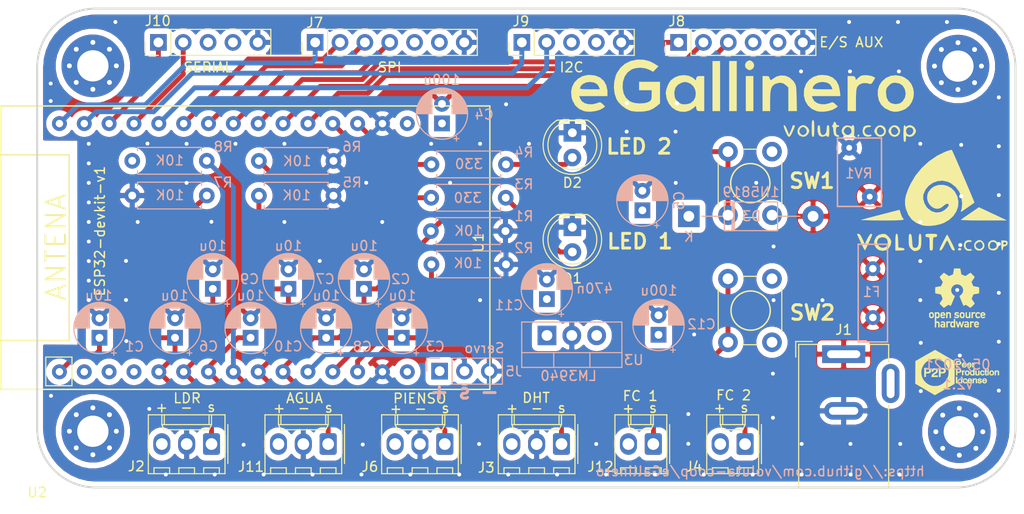
<source format=kicad_pcb>
(kicad_pcb (version 20171130) (host pcbnew 5.1.5+dfsg1-2build2)
  (layers (0 F.Cu signal) (1 In1.Cu signal) (2 In2.Cu signal) (31 B.Cu signal) (34 B.Paste user hide) (35 F.Paste user hide) (36 B.SilkS user) (37 F.SilkS user) (38 B.Mask user hide) (39 F.Mask user hide) (44 Edge.Cuts user))
  (net 0 "")
  (net 1 GND)
  (net 2 "Net-(C1-Pad1)")
  (net 3 PULS_1)
  (net 4 PULS_2)
  (net 5 +5V)
  (net 6 +3V3)
  (net 7 LDR)
  (net 8 FC_1)
  (net 9 FC_2)
  (net 10 "Net-(D1-Pad2)")
  (net 11 "Net-(D2-Pad2)")
  (net 12 "Net-(D3-Pad2)")
  (net 13 "Net-(F1-Pad2)")
  (net 14 SERVO)
  (net 15 DHT)
  (net 16 CS)
  (net 17 CLK)
  (net 18 MISO)
  (net 19 MOSI)
  (net 20 SCL)
  (net 21 SDA)
  (net 22 RX)
  (net 23 TX)
  (net 24 LED_1)
  (net 25 LED_2)
  (net 26 D2)
  (net 27 D1)
  (net 28 D0)
  (net 29 PIENSO)
  (net 30 AGUA)
  (net 31 "Net-(U1-Pad3)")
  (net 32 "Net-(U1-Pad2)")
  (net 33 "Net-(U1-Pad4)")
  (module Symbol:OSHW-Logo_5.7x6mm_SilkScreen (layer F.Cu) (at 173.95423 135.9916)
    (fp_text reference REF** hide)
    (fp_text value OSHW-Logo_5.7x6mm_SilkScreen hide)
  )
  (module eGallinero:licencia_p2p (layer F.Cu) (at 173.986014 143.6116)
    (fp_text reference G*** hide)
    (fp_text value LOGO hide)
  )
  (module Connector_BarrelJack:BarrelJack_Wuerth_6941xx301002 (layer F.Cu) (at 162.3568 141.7447)
    (fp_text reference J1 (at 0 -2.5) (layer F.SilkS))
    (fp_text value Jack-DC)
    (pad 1 thru_hole rect (at 0 0) (size 4.4 1.8) (drill oval 3.4 0.8) (layers *.Cu *.Mask) (net 13 "Net-(F1-Pad2)"))
    (pad 2 thru_hole oval (at 0 5.8) (size 4 1.8) (drill oval 3 0.8) (layers *.Cu *.Mask) (net 1 GND))
    (pad 3 thru_hole oval (at 4.8 3 90) (size 4 1.8) (drill oval 3 0.8) (layers *.Cu *.Mask))
  )
  (module eGallinero:voluta_logo (layer F.Cu) (at 171.3992 125.9332)
    (fp_text reference G*** hide)
    (fp_text value LOGO hide)
  )
  (module eGallinero:eGallinero_logo (layer F.Cu) (at 151.765 115.4176)
    (fp_text reference G*** hide)
    (fp_text value LOGO hide)
  )
  (module eGallinero:edge (layer F.Cu) (at 79.9211 155.3845)
    (fp_text reference U2 (at 0 0.5) (layer F.SilkS))
    (fp_text value edge)
    (fp_arc (start 6 -6) (end 0 -6) (angle -90) (layer Edge.Cuts) (width 0.2))
    (fp_line (start 0 -43) (end 0 -6) (layer Edge.Cuts) (width 0.2))
    (fp_arc (start 6 -43) (end 6 -49) (angle -90) (layer Edge.Cuts) (width 0.2))
    (fp_line (start 94 -49) (end 6 -49) (layer Edge.Cuts) (width 0.2))
    (fp_arc (start 94 -43) (end 100 -43) (angle -90) (layer Edge.Cuts) (width 0.2))
    (fp_line (start 100 -6) (end 100 -43) (layer Edge.Cuts) (width 0.2))
    (fp_arc (start 94 -6) (end 94 0) (angle -90) (layer Edge.Cuts) (width 0.2))
    (fp_line (start 5.999999 0) (end 94 0) (layer Edge.Cuts) (width 0.2))
  )
  (module Connector_PinHeader_2.54mm:PinHeader_1x05_P2.54mm_Vertical (layer F.Cu) (at 129.45984 109.8423 90)
    (fp_text reference J9 (at 2.1463 -0.09764 180) (layer F.SilkS))
    (fp_text value I2C (at -2.5527 5.08396 180) (layer F.SilkS))
    (pad 5 thru_hole oval (at 0 10.16 90) (size 1.7 1.7) (drill 1) (layers *.Cu *.Mask) (net 1 GND))
    (pad 4 thru_hole oval (at 0 7.62 90) (size 1.7 1.7) (drill 1) (layers *.Cu *.Mask) (net 6 +3V3))
    (pad 3 thru_hole oval (at 0 5.08 90) (size 1.7 1.7) (drill 1) (layers *.Cu *.Mask) (net 5 +5V))
    (pad 2 thru_hole oval (at 0 2.54 90) (size 1.7 1.7) (drill 1) (layers *.Cu *.Mask) (net 21 SDA))
    (pad 1 thru_hole rect (at 0 0 90) (size 1.7 1.7) (drill 1) (layers *.Cu *.Mask) (net 20 SCL))
  )
  (module Package_TO_SOT_THT:TO-220-3_Vertical (layer B.Cu) (at 132.0292 139.827)
    (fp_text reference U3 (at 8.8646 2.5146 180) (layer B.SilkS) (effects (justify mirror)))
    (fp_text value LM3940 (at 2.2098 4.1402 180) (layer B.SilkS) (effects (justify mirror)))
    (pad 3 thru_hole oval (at 5.08 0) (size 1.905 2) (drill 1.1) (layers *.Cu *.Mask) (net 6 +3V3))
    (pad 2 thru_hole oval (at 2.54 0) (size 1.905 2) (drill 1.1) (layers *.Cu *.Mask) (net 1 GND))
    (pad 1 thru_hole rect (at 0 0) (size 1.905 2) (drill 1.1) (layers *.Cu *.Mask) (net 5 +5V))
  )
  (module Capacitor_THT:CP_Radial_D5.0mm_P2.00mm (layer B.Cu) (at 143.4338 139.7635 90)
    (fp_text reference C12 (at 1.0795 4.3942 180) (layer B.SilkS) (effects (justify mirror)))
    (fp_text value 100u (at 4.5339 0.0254 180) (layer B.SilkS) (effects (justify mirror)))
    (pad 2 thru_hole circle (at 2 0 90) (size 1.6 1.6) (drill 0.8) (layers *.Cu *.Mask) (net 1 GND))
    (pad 1 thru_hole rect (at 0 0 90) (size 1.6 1.6) (drill 0.8) (layers *.Cu *.Mask) (net 6 +3V3))
  )
  (module Capacitor_THT:CP_Radial_D5.0mm_P2.00mm (layer B.Cu) (at 132.0165 136.1059 90)
    (fp_text reference C11 (at -0.6223 -3.8735 180) (layer B.SilkS) (effects (justify mirror)))
    (fp_text value 470n (at 1.0795 4.8895 180) (layer B.SilkS) (effects (justify mirror)))
    (pad 2 thru_hole circle (at 2 0 90) (size 1.6 1.6) (drill 0.8) (layers *.Cu *.Mask) (net 1 GND))
    (pad 1 thru_hole rect (at 0 0 90) (size 1.6 1.6) (drill 0.8) (layers *.Cu *.Mask) (net 5 +5V))
  )
  (module Capacitor_THT:CP_Radial_D5.0mm_P2.00mm (layer B.Cu) (at 141.7828 127.0254 90)
    (fp_text reference C5 (at 1 3.75 90) (layer B.SilkS) (effects (justify mirror)))
    (fp_text value 100u)
    (pad 2 thru_hole circle (at 2 0 90) (size 1.6 1.6) (drill 0.8) (layers *.Cu *.Mask) (net 1 GND))
    (pad 1 thru_hole rect (at 0 0 90) (size 1.6 1.6) (drill 0.8) (layers *.Cu *.Mask) (net 5 +5V))
  )
  (module Connector_PinHeader_2.54mm:PinHeader_1x06_P2.54mm_Vertical (layer F.Cu) (at 145.48472 109.8423 90)
    (fp_text reference J8 (at 2.1463 -0.1891 180) (layer F.SilkS))
    (fp_text value "E/S AUX" (at 0.0127 17.65948 180) (layer F.SilkS))
    (pad 6 thru_hole oval (at 0 12.7 90) (size 1.7 1.7) (drill 1) (layers *.Cu *.Mask) (net 1 GND))
    (pad 5 thru_hole oval (at 0 10.16 90) (size 1.7 1.7) (drill 1) (layers *.Cu *.Mask) (net 6 +3V3))
    (pad 4 thru_hole oval (at 0 7.62 90) (size 1.7 1.7) (drill 1) (layers *.Cu *.Mask) (net 5 +5V))
    (pad 3 thru_hole oval (at 0 5.08 90) (size 1.7 1.7) (drill 1) (layers *.Cu *.Mask) (net 26 D2))
    (pad 2 thru_hole oval (at 0 2.54 90) (size 1.7 1.7) (drill 1) (layers *.Cu *.Mask) (net 27 D1))
    (pad 1 thru_hole rect (at 0 0 90) (size 1.7 1.7) (drill 1) (layers *.Cu *.Mask) (net 28 D0))
  )
  (module Connector_Molex:Molex_KK-254_AE-6410-03A_1x03_P2.54mm_Vertical (layer F.Cu) (at 109.6638 150.9395 180)
    (fp_text reference J11 (at 7.89616 -2.32156) (layer F.SilkS))
    (fp_text value AGUA (at 2.41992 4.68884) (layer F.SilkS))
    (pad 3 thru_hole oval (at 5.08 0 180) (size 1.74 2.2) (drill 1.2) (layers *.Cu *.Mask) (net 6 +3V3))
    (pad 2 thru_hole oval (at 2.54 0 180) (size 1.74 2.2) (drill 1.2) (layers *.Cu *.Mask) (net 1 GND))
    (pad 1 thru_hole roundrect (at 0 0 180) (size 1.74 2.2) (drill 1.2) (layers *.Cu *.Mask) (roundrect_rratio 0.143678) (net 30 AGUA))
  )
  (module Connector_Molex:Molex_KK-254_AE-6410-03A_1x03_P2.54mm_Vertical (layer F.Cu) (at 121.5884 150.9395 180)
    (fp_text reference J6 (at 7.66178 -2.32156) (layer F.SilkS))
    (fp_text value PIENSO (at 2.56654 4.65836) (layer F.SilkS))
    (pad 3 thru_hole oval (at 5.08 0 180) (size 1.74 2.2) (drill 1.2) (layers *.Cu *.Mask) (net 6 +3V3))
    (pad 2 thru_hole oval (at 2.54 0 180) (size 1.74 2.2) (drill 1.2) (layers *.Cu *.Mask) (net 1 GND))
    (pad 1 thru_hole roundrect (at 0 0 180) (size 1.74 2.2) (drill 1.2) (layers *.Cu *.Mask) (roundrect_rratio 0.143678) (net 29 PIENSO))
  )
  (module Connector_Molex:Molex_KK-254_AE-6410-03A_1x03_P2.54mm_Vertical (layer F.Cu) (at 133.513 150.9395 180)
    (fp_text reference J3 (at 7.69156 -2.41046) (layer F.SilkS))
    (fp_text value DHT (at 2.59378 4.73456) (layer F.SilkS))
    (pad 3 thru_hole oval (at 5.08 0 180) (size 1.74 2.2) (drill 1.2) (layers *.Cu *.Mask) (net 6 +3V3))
    (pad 2 thru_hole oval (at 2.54 0 180) (size 1.74 2.2) (drill 1.2) (layers *.Cu *.Mask) (net 1 GND))
    (pad 1 thru_hole roundrect (at 0 0 180) (size 1.74 2.2) (drill 1.2) (layers *.Cu *.Mask) (roundrect_rratio 0.143678) (net 15 DHT))
  )
  (module Connector_Molex:Molex_KK-254_AE-6410-03A_1x03_P2.54mm_Vertical (layer F.Cu) (at 97.7392 150.9395 180)
    (fp_text reference J2 (at 7.69366 -2.27838) (layer F.SilkS))
    (fp_text value LDR (at 2.49174 4.68884) (layer F.SilkS))
    (pad 3 thru_hole oval (at 5.08 0 180) (size 1.74 2.2) (drill 1.2) (layers *.Cu *.Mask) (net 6 +3V3))
    (pad 2 thru_hole oval (at 2.54 0 180) (size 1.74 2.2) (drill 1.2) (layers *.Cu *.Mask) (net 1 GND))
    (pad 1 thru_hole roundrect (at 0 0 180) (size 1.74 2.2) (drill 1.2) (layers *.Cu *.Mask) (roundrect_rratio 0.143678) (net 7 LDR))
  )
  (module Connector_Molex:Molex_KK-254_AE-6410-02A_1x02_P2.54mm_Vertical (layer F.Cu) (at 142.8976 150.9395 180)
    (fp_text reference J12 (at 5.39978 -2.32156) (layer F.SilkS))
    (fp_text value "FC 1" (at 1.33578 4.9149) (layer F.SilkS))
    (pad 2 thru_hole oval (at 2.54 0 180) (size 1.74 2.2) (drill 1.2) (layers *.Cu *.Mask) (net 6 +3V3))
    (pad 1 thru_hole roundrect (at 0 0 180) (size 1.74 2.2) (drill 1.2) (layers *.Cu *.Mask) (roundrect_rratio 0.143678) (net 8 FC_1))
  )
  (module Connector_Molex:Molex_KK-254_AE-6410-02A_1x02_P2.54mm_Vertical (layer F.Cu) (at 152.2822 150.9395 180)
    (fp_text reference J4 (at 5.24922 -2.32156) (layer F.SilkS))
    (fp_text value "FC 2" (at 1.17252 4.98856) (layer F.SilkS))
    (pad 2 thru_hole oval (at 2.54 0 180) (size 1.74 2.2) (drill 1.2) (layers *.Cu *.Mask) (net 6 +3V3))
    (pad 1 thru_hole roundrect (at 0 0 180) (size 1.74 2.2) (drill 1.2) (layers *.Cu *.Mask) (roundrect_rratio 0.143678) (net 9 FC_2))
  )
  (module Connector_PinHeader_2.54mm:PinHeader_1x05_P2.54mm_Vertical (layer F.Cu) (at 92.31008 109.8423 90)
    (fp_text reference J10 (at 2.18948 -0.0649 180) (layer F.SilkS))
    (fp_text value SERIAL (at -2.5527 5.07352 180) (layer F.SilkS))
    (pad 5 thru_hole oval (at 0 10.16 90) (size 1.7 1.7) (drill 1) (layers *.Cu *.Mask) (net 1 GND))
    (pad 4 thru_hole oval (at 0 7.62 90) (size 1.7 1.7) (drill 1) (layers *.Cu *.Mask) (net 6 +3V3))
    (pad 3 thru_hole oval (at 0 5.08 90) (size 1.7 1.7) (drill 1) (layers *.Cu *.Mask) (net 5 +5V))
    (pad 2 thru_hole oval (at 0 2.54 90) (size 1.7 1.7) (drill 1) (layers *.Cu *.Mask) (net 22 RX))
    (pad 1 thru_hole rect (at 0 0 90) (size 1.7 1.7) (drill 1) (layers *.Cu *.Mask) (net 23 TX))
  )
  (module Connector_PinHeader_2.54mm:PinHeader_1x07_P2.54mm_Vertical (layer F.Cu) (at 108.33496 109.8423 90)
    (fp_text reference J7 (at 2.01422 -0.04714 180) (layer F.SilkS))
    (fp_text value SPI (at -2.5527 7.61604 180) (layer F.SilkS))
    (pad 7 thru_hole oval (at 0 15.24 90) (size 1.7 1.7) (drill 1) (layers *.Cu *.Mask) (net 1 GND))
    (pad 6 thru_hole oval (at 0 12.7 90) (size 1.7 1.7) (drill 1) (layers *.Cu *.Mask) (net 6 +3V3))
    (pad 5 thru_hole oval (at 0 10.16 90) (size 1.7 1.7) (drill 1) (layers *.Cu *.Mask) (net 5 +5V))
    (pad 4 thru_hole oval (at 0 7.62 90) (size 1.7 1.7) (drill 1) (layers *.Cu *.Mask) (net 16 CS))
    (pad 3 thru_hole oval (at 0 5.08 90) (size 1.7 1.7) (drill 1) (layers *.Cu *.Mask) (net 17 CLK))
    (pad 2 thru_hole oval (at 0 2.54 90) (size 1.7 1.7) (drill 1) (layers *.Cu *.Mask) (net 18 MISO))
    (pad 1 thru_hole rect (at 0 0 90) (size 1.7 1.7) (drill 1) (layers *.Cu *.Mask) (net 19 MOSI))
  )
  (module Diode_THT:D_DO-41_SOD81_P12.70mm_Horizontal (layer B.Cu) (at 146.5326 127.635)
    (fp_text reference D3 (at 6.3881 -0.0127 180) (layer B.SilkS) (effects (justify mirror)))
    (fp_text value 1N5819 (at 6.35 -2.47 180) (layer B.SilkS) (effects (justify mirror)))
    (fp_text user K (at 0 2.1 180) (layer B.SilkS) (effects (justify mirror)))
    (pad 2 thru_hole oval (at 12.7 0) (size 2.2 2.2) (drill 1.1) (layers *.Cu *.Mask) (net 12 "Net-(D3-Pad2)"))
    (pad 1 thru_hole rect (at 0 0) (size 2.2 2.2) (drill 1.1) (layers *.Cu *.Mask) (net 5 +5V))
  )
  (module Varistor:RV_Disc_D7mm_W4.5mm_P5mm (layer B.Cu) (at 165.0238 125.6284 90)
    (fp_text reference RV1 (at 2.3876 -1.1176 180) (layer B.SilkS) (effects (justify mirror)))
    (fp_text value Varistor)
    (pad 2 thru_hole circle (at 5 -2.1 90) (size 1.6 1.6) (drill 0.6) (layers *.Cu *.Mask) (net 1 GND))
    (pad 1 thru_hole circle (at 0 0 90) (size 1.6 1.6) (drill 0.6) (layers *.Cu *.Mask) (net 12 "Net-(D3-Pad2)"))
  )
  (module Capacitor_THT:CP_Radial_D5.0mm_P2.00mm (layer B.Cu) (at 121.2977 118.1354 90)
    (fp_text reference C4 (at 0.9144 4.3053 180) (layer B.SilkS) (effects (justify mirror)))
    (fp_text value 100u (at 4.4704 -0.0381 180) (layer B.SilkS) (effects (justify mirror)))
    (pad 2 thru_hole circle (at 2 0 90) (size 1.6 1.6) (drill 0.8) (layers *.Cu *.Mask) (net 1 GND))
    (pad 1 thru_hole rect (at 0 0 90) (size 1.6 1.6) (drill 0.8) (layers *.Cu *.Mask) (net 6 +3V3))
  )
  (module Capacitor_THT:CP_Radial_D5.0mm_P2.00mm (layer B.Cu) (at 109.461932 140.0683 90)
    (fp_text reference C8 (at -0.9017 3.691861 180) (layer B.SilkS) (effects (justify mirror)))
    (fp_text value 10u (at 4.318 0.024768 180) (layer B.SilkS) (effects (justify mirror)))
    (pad 2 thru_hole circle (at 2 0 90) (size 1.6 1.6) (drill 0.8) (layers *.Cu *.Mask) (net 1 GND))
    (pad 1 thru_hole rect (at 0 0 90) (size 1.6 1.6) (drill 0.8) (layers *.Cu *.Mask) (net 9 FC_2))
  )
  (module Capacitor_THT:CP_Radial_D5.0mm_P2.00mm (layer B.Cu) (at 105.59891 135.0645 90)
    (fp_text reference C7 (at 1 3.75 180) (layer B.SilkS) (effects (justify mirror)))
    (fp_text value 10u (at 4.4069 0.00159 180) (layer B.SilkS) (effects (justify mirror)))
    (pad 2 thru_hole circle (at 2 0 90) (size 1.6 1.6) (drill 0.8) (layers *.Cu *.Mask) (net 1 GND))
    (pad 1 thru_hole rect (at 0 0 90) (size 1.6 1.6) (drill 0.8) (layers *.Cu *.Mask) (net 8 FC_1))
  )
  (module Capacitor_THT:CP_Radial_D5.0mm_P2.00mm (layer B.Cu) (at 101.735888 140.0683 90)
    (fp_text reference C10 (at -0.8763 3.851912 180) (layer B.SilkS) (effects (justify mirror)))
    (fp_text value 10u (at 4.318 -0.008888 180) (layer B.SilkS) (effects (justify mirror)))
    (pad 2 thru_hole circle (at 2 0 90) (size 1.6 1.6) (drill 0.8) (layers *.Cu *.Mask) (net 1 GND))
    (pad 1 thru_hole rect (at 0 0 90) (size 1.6 1.6) (drill 0.8) (layers *.Cu *.Mask) (net 29 PIENSO))
  )
  (module Capacitor_THT:CP_Radial_D5.0mm_P2.00mm (layer B.Cu) (at 97.872866 135.0645 90)
    (fp_text reference C9 (at 1 3.75 180) (layer B.SilkS) (effects (justify mirror)))
    (fp_text value 10u (at 4.4069 -0.006666 180) (layer B.SilkS) (effects (justify mirror)))
    (pad 2 thru_hole circle (at 2 0 90) (size 1.6 1.6) (drill 0.8) (layers *.Cu *.Mask) (net 1 GND))
    (pad 1 thru_hole rect (at 0 0 90) (size 1.6 1.6) (drill 0.8) (layers *.Cu *.Mask) (net 30 AGUA))
  )
  (module Capacitor_THT:CP_Radial_D5.0mm_P2.00mm (layer B.Cu) (at 117.187976 140.0683 90)
    (fp_text reference C3 (at -0.9017 3.411224 180) (layer B.SilkS) (effects (justify mirror)))
    (fp_text value 10u (at 4.318 0.058424 180) (layer B.SilkS) (effects (justify mirror)))
    (pad 2 thru_hole circle (at 2 0 90) (size 1.6 1.6) (drill 0.8) (layers *.Cu *.Mask) (net 1 GND))
    (pad 1 thru_hole rect (at 0 0 90) (size 1.6 1.6) (drill 0.8) (layers *.Cu *.Mask) (net 4 PULS_2))
  )
  (module Capacitor_THT:CP_Radial_D5.0mm_P2.00mm (layer B.Cu) (at 113.324954 135.0645 90)
    (fp_text reference C2 (at 1 3.75 180) (layer B.SilkS) (effects (justify mirror)))
    (fp_text value 10u (at 4.4069 0.009846 180) (layer B.SilkS) (effects (justify mirror)))
    (pad 2 thru_hole circle (at 2 0 90) (size 1.6 1.6) (drill 0.8) (layers *.Cu *.Mask) (net 1 GND))
    (pad 1 thru_hole rect (at 0 0 90) (size 1.6 1.6) (drill 0.8) (layers *.Cu *.Mask) (net 3 PULS_1))
  )
  (module eGallinero:ESP32-DevKit-v1 (layer F.Cu) (at 101.1936 130.8481 90)
    (fp_text reference U1 (at 0.51308 23.84044 90) (layer F.SilkS))
    (fp_text value ESP32-devkit-v1 (at 1.7018 -14.86408 270) (layer F.SilkS))
    (fp_text user ANTENA (at 0.0508 -19.34972 90) (layer F.SilkS) (effects (font (size 2 2) (thickness 0.2))))
    (pad 30 thru_hole circle (at 12.7 -19 90) (size 1.524 1.524) (drill 0.762) (layers *.Cu *.Mask) (net 19 MOSI))
    (pad 29 thru_hole circle (at 12.7 -16.46 90) (size 1.524 1.524) (drill 0.762) (layers *.Cu *.Mask) (net 20 SCL))
    (pad 28 thru_hole circle (at 12.7 -13.92 90) (size 1.524 1.524) (drill 0.762) (layers *.Cu *.Mask) (net 23 TX))
    (pad 27 thru_hole circle (at 12.7 -11.38 90) (size 1.524 1.524) (drill 0.762) (layers *.Cu *.Mask) (net 22 RX))
    (pad 26 thru_hole circle (at 12.7 -8.84 90) (size 1.524 1.524) (drill 0.762) (layers *.Cu *.Mask) (net 21 SDA))
    (pad 25 thru_hole circle (at 12.7 -6.3 90) (size 1.524 1.524) (drill 0.762) (layers *.Cu *.Mask) (net 18 MISO))
    (pad 24 thru_hole circle (at 12.7 -3.76 90) (size 1.524 1.524) (drill 0.762) (layers *.Cu *.Mask) (net 17 CLK))
    (pad 23 thru_hole circle (at 12.7 -1.22 90) (size 1.524 1.524) (drill 0.762) (layers *.Cu *.Mask) (net 16 CS))
    (pad 22 thru_hole circle (at 12.7 1.32 90) (size 1.524 1.524) (drill 0.762) (layers *.Cu *.Mask) (net 28 D0))
    (pad 21 thru_hole circle (at 12.7 3.86 90) (size 1.524 1.524) (drill 0.762) (layers *.Cu *.Mask) (net 27 D1))
    (pad 20 thru_hole circle (at 12.7 6.4 90) (size 1.524 1.524) (drill 0.762) (layers *.Cu *.Mask) (net 26 D2))
    (pad 19 thru_hole circle (at 12.7 8.94 90) (size 1.524 1.524) (drill 0.762) (layers *.Cu *.Mask) (net 24 LED_1))
    (pad 18 thru_hole circle (at 12.7 11.48 90) (size 1.524 1.524) (drill 0.762) (layers *.Cu *.Mask) (net 25 LED_2))
    (pad 17 thru_hole circle (at 12.7 14.02 90) (size 1.524 1.524) (drill 0.762) (layers *.Cu *.Mask) (net 1 GND))
    (pad 16 thru_hole circle (at 12.7 16.56 90) (size 1.524 1.524) (drill 0.762) (layers *.Cu *.Mask) (net 6 +3V3))
    (pad 15 thru_hole circle (at -12.7 16.56 90) (size 1.524 1.524) (drill 0.762) (layers *.Cu *.Mask) (net 5 +5V))
    (pad 14 thru_hole circle (at -12.7 14.02 90) (size 1.524 1.524) (drill 0.762) (layers *.Cu *.Mask) (net 1 GND))
    (pad 13 thru_hole circle (at -12.7 11.48 90) (size 1.524 1.524) (drill 0.762) (layers *.Cu *.Mask) (net 4 PULS_2))
    (pad 12 thru_hole circle (at -12.7 8.94 90) (size 1.524 1.524) (drill 0.762) (layers *.Cu *.Mask) (net 3 PULS_1))
    (pad 11 thru_hole circle (at -12.7 6.4 90) (size 1.524 1.524) (drill 0.762) (layers *.Cu *.Mask) (net 14 SERVO))
    (pad 10 thru_hole circle (at -12.7 3.86 90) (size 1.524 1.524) (drill 0.762) (layers *.Cu *.Mask) (net 9 FC_2))
    (pad 9 thru_hole circle (at -12.7 1.32 90) (size 1.524 1.524) (drill 0.762) (layers *.Cu *.Mask) (net 8 FC_1))
    (pad 8 thru_hole circle (at -12.7 -1.22 90) (size 1.524 1.524) (drill 0.762) (layers *.Cu *.Mask) (net 15 DHT))
    (pad 7 thru_hole circle (at -12.7 -3.76 90) (size 1.524 1.524) (drill 0.762) (layers *.Cu *.Mask) (net 29 PIENSO))
    (pad 6 thru_hole circle (at -12.7 -6.3 90) (size 1.524 1.524) (drill 0.762) (layers *.Cu *.Mask) (net 30 AGUA))
    (pad 5 thru_hole circle (at -12.7 -8.84 90) (size 1.524 1.524) (drill 0.762) (layers *.Cu *.Mask) (net 7 LDR))
    (pad 4 thru_hole circle (at -12.7 -11.38 90) (size 1.524 1.524) (drill 0.762) (layers *.Cu *.Mask) (net 33 "Net-(U1-Pad4)"))
    (pad 3 thru_hole circle (at -12.7 -13.92 90) (size 1.524 1.524) (drill 0.762) (layers *.Cu *.Mask) (net 31 "Net-(U1-Pad3)"))
    (pad 2 thru_hole circle (at -12.7 -16.46 90) (size 1.524 1.524) (drill 0.762) (layers *.Cu *.Mask) (net 32 "Net-(U1-Pad2)"))
    (pad 1 thru_hole circle (at -12.7 -19 90) (size 1.524 1.524) (drill 0.762) (layers *.Cu *.Mask) (net 2 "Net-(C1-Pad1)"))
  )
  (module Button_Switch_THT:SW_PUSH_6mm_H4.3mm (layer F.Cu) (at 150.5331 140.5255 90)
    (fp_text reference SW2 (at 3.02514 8.63346 180) (layer F.SilkS) (effects (font (size 1.5 1.5) (thickness 0.3))))
    (fp_text value SW_DIP_x01)
    (pad 1 thru_hole circle (at 6.5 0 180) (size 2 2) (drill 1.1) (layers *.Cu *.Mask) (net 4 PULS_2))
    (pad 2 thru_hole circle (at 6.5 4.5 180) (size 2 2) (drill 1.1) (layers *.Cu *.Mask) (net 6 +3V3))
    (pad 1 thru_hole circle (at 0 0 180) (size 2 2) (drill 1.1) (layers *.Cu *.Mask) (net 4 PULS_2))
    (pad 2 thru_hole circle (at 0 4.5 180) (size 2 2) (drill 1.1) (layers *.Cu *.Mask) (net 6 +3V3))
  )
  (module Button_Switch_THT:SW_PUSH_6mm_H4.3mm (layer F.Cu) (at 150.5331 127.5207 90)
    (fp_text reference SW1 (at 3.50774 8.58012 180) (layer F.SilkS) (effects (font (size 1.5 1.5) (thickness 0.3))))
    (fp_text value SW_DIP_x01)
    (pad 1 thru_hole circle (at 6.5 0 180) (size 2 2) (drill 1.1) (layers *.Cu *.Mask) (net 3 PULS_1))
    (pad 2 thru_hole circle (at 6.5 4.5 180) (size 2 2) (drill 1.1) (layers *.Cu *.Mask) (net 6 +3V3))
    (pad 1 thru_hole circle (at 0 0 180) (size 2 2) (drill 1.1) (layers *.Cu *.Mask) (net 3 PULS_1))
    (pad 2 thru_hole circle (at 0 4.5 180) (size 2 2) (drill 1.1) (layers *.Cu *.Mask) (net 6 +3V3))
  )
  (module Resistor_THT:R_Axial_DIN0207_L6.3mm_D2.5mm_P7.62mm_Horizontal (layer B.Cu) (at 97.2566 125.5141 180)
    (fp_text reference R7 (at -1.651 1.3335) (layer B.SilkS) (effects (justify mirror)))
    (fp_text value 10K (at 3.7719 0.0381) (layer B.SilkS) (effects (justify mirror)))
    (pad 2 thru_hole oval (at 7.62 0 180) (size 1.6 1.6) (drill 0.8) (layers *.Cu *.Mask) (net 1 GND))
    (pad 1 thru_hole circle (at 0 0 180) (size 1.6 1.6) (drill 0.8) (layers *.Cu *.Mask) (net 7 LDR))
  )
  (module Resistor_THT:R_Axial_DIN0207_L6.3mm_D2.5mm_P7.62mm_Horizontal (layer B.Cu) (at 110.2036 121.9708 180)
    (fp_text reference R6 (at -1.8866 1.4478 180) (layer B.SilkS) (effects (justify mirror)))
    (fp_text value 10K (at 3.7141 -0.0127) (layer B.SilkS) (effects (justify mirror)))
    (pad 2 thru_hole oval (at 7.62 0 180) (size 1.6 1.6) (drill 0.8) (layers *.Cu *.Mask) (net 9 FC_2))
    (pad 1 thru_hole circle (at 0 0 180) (size 1.6 1.6) (drill 0.8) (layers *.Cu *.Mask) (net 1 GND))
  )
  (module Resistor_THT:R_Axial_DIN0207_L6.3mm_D2.5mm_P7.62mm_Horizontal (layer B.Cu) (at 110.2036 125.5268 180)
    (fp_text reference R5 (at -1.912 1.3462 180) (layer B.SilkS) (effects (justify mirror)))
    (fp_text value 10K (at 3.7649 0.0381) (layer B.SilkS) (effects (justify mirror)))
    (pad 2 thru_hole oval (at 7.62 0 180) (size 1.6 1.6) (drill 0.8) (layers *.Cu *.Mask) (net 8 FC_1))
    (pad 1 thru_hole circle (at 0 0 180) (size 1.6 1.6) (drill 0.8) (layers *.Cu *.Mask) (net 1 GND))
  )
  (module Resistor_THT:R_Axial_DIN0207_L6.3mm_D2.5mm_P7.62mm_Horizontal (layer B.Cu) (at 97.2566 121.9581 180)
    (fp_text reference R8 (at -1.6764 1.4351) (layer B.SilkS) (effects (justify mirror)))
    (fp_text value 10K (at 3.7973 0.0381 180) (layer B.SilkS) (effects (justify mirror)))
    (pad 2 thru_hole oval (at 7.62 0 180) (size 1.6 1.6) (drill 0.8) (layers *.Cu *.Mask) (net 6 +3V3))
    (pad 1 thru_hole circle (at 0 0 180) (size 1.6 1.6) (drill 0.8) (layers *.Cu *.Mask) (net 15 DHT))
  )
  (module Resistor_THT:R_Axial_DIN0207_L6.3mm_D2.5mm_P7.62mm_Horizontal (layer B.Cu) (at 120.22074 122.329137)
    (fp_text reference R4 (at 9.44626 -1.221937) (layer B.SilkS) (effects (justify mirror)))
    (fp_text value 330 (at 3.8337 -0.0381) (layer B.SilkS) (effects (justify mirror)))
    (pad 2 thru_hole oval (at 7.62 0) (size 1.6 1.6) (drill 0.8) (layers *.Cu *.Mask) (net 11 "Net-(D2-Pad2)"))
    (pad 1 thru_hole circle (at 0 0) (size 1.6 1.6) (drill 0.8) (layers *.Cu *.Mask) (net 25 LED_2))
  )
  (module Resistor_THT:R_Axial_DIN0207_L6.3mm_D2.5mm_P7.62mm_Horizontal (layer B.Cu) (at 120.19534 125.738598)
    (fp_text reference R3 (at 9.47166 -1.371732) (layer B.SilkS) (effects (justify mirror)))
    (fp_text value 330 (at 3.7321 0.0127) (layer B.SilkS) (effects (justify mirror)))
    (pad 2 thru_hole oval (at 7.62 0) (size 1.6 1.6) (drill 0.8) (layers *.Cu *.Mask) (net 10 "Net-(D1-Pad2)"))
    (pad 1 thru_hole circle (at 0 0) (size 1.6 1.6) (drill 0.8) (layers *.Cu *.Mask) (net 24 LED_1))
  )
  (module Resistor_THT:R_Axial_DIN0207_L6.3mm_D2.5mm_P7.62mm_Horizontal (layer B.Cu) (at 120.22074 132.55752)
    (fp_text reference R2 (at 9.44626 -1.67132) (layer B.SilkS) (effects (justify mirror)))
    (fp_text value 10K (at 3.718487 -0.1297) (layer B.SilkS) (effects (justify mirror)))
    (pad 2 thru_hole oval (at 7.62 0) (size 1.6 1.6) (drill 0.8) (layers *.Cu *.Mask) (net 1 GND))
    (pad 1 thru_hole circle (at 0 0) (size 1.6 1.6) (drill 0.8) (layers *.Cu *.Mask) (net 4 PULS_2))
  )
  (module Resistor_THT:R_Axial_DIN0207_L6.3mm_D2.5mm_P7.62mm_Horizontal (layer B.Cu) (at 120.16486 129.148059)
    (fp_text reference R1 (at 9.50214 -1.521527) (layer B.SilkS) (effects (justify mirror)))
    (fp_text value 10K (at 3.8354 -0.0281) (layer B.SilkS) (effects (justify mirror)))
    (pad 2 thru_hole oval (at 7.62 0) (size 1.6 1.6) (drill 0.8) (layers *.Cu *.Mask) (net 1 GND))
    (pad 1 thru_hole circle (at 0 0) (size 1.6 1.6) (drill 0.8) (layers *.Cu *.Mask) (net 3 PULS_1))
  )
  (module Connector_PinHeader_2.54mm:PinHeader_1x03_P2.54mm_Vertical (layer B.Cu) (at 121.05894 143.47952 270)
    (fp_text reference J5 (at 0.03048 -7.56666) (layer B.SilkS) (effects (justify mirror)))
    (fp_text value Servo (at -2.35712 -4.56946) (layer B.SilkS) (effects (justify mirror)))
    (pad 3 thru_hole oval (at 0 -5.08 270) (size 1.7 1.7) (drill 1) (layers *.Cu *.Mask) (net 1 GND))
    (pad 2 thru_hole oval (at 0 -2.54 270) (size 1.7 1.7) (drill 1) (layers *.Cu *.Mask) (net 14 SERVO))
    (pad 1 thru_hole rect (at 0 0 270) (size 1.7 1.7) (drill 1) (layers *.Cu *.Mask) (net 5 +5V))
  )
  (module MountingHole:MountingHole_3.2mm_M3_Pad_Via (layer F.Cu) (at 174.1805 149.6822)
    (fp_text reference H4)
    (fp_text value MountingHole)
    (pad 1 thru_hole circle (at 1.697056 -1.697056) (size 0.8 0.8) (drill 0.5) (layers *.Cu *.Mask))
    (pad 1 thru_hole circle (at 0 -2.4) (size 0.8 0.8) (drill 0.5) (layers *.Cu *.Mask))
    (pad 1 thru_hole circle (at -1.697056 -1.697056) (size 0.8 0.8) (drill 0.5) (layers *.Cu *.Mask))
    (pad 1 thru_hole circle (at -2.4 0) (size 0.8 0.8) (drill 0.5) (layers *.Cu *.Mask))
    (pad 1 thru_hole circle (at -1.697056 1.697056) (size 0.8 0.8) (drill 0.5) (layers *.Cu *.Mask))
    (pad 1 thru_hole circle (at 0 2.4) (size 0.8 0.8) (drill 0.5) (layers *.Cu *.Mask))
    (pad 1 thru_hole circle (at 1.697056 1.697056) (size 0.8 0.8) (drill 0.5) (layers *.Cu *.Mask))
    (pad 1 thru_hole circle (at 2.4 0) (size 0.8 0.8) (drill 0.5) (layers *.Cu *.Mask))
    (pad 1 thru_hole circle (at 0 0) (size 6.4 6.4) (drill 3.2) (layers *.Cu *.Mask))
  )
  (module MountingHole:MountingHole_3.2mm_M3_Pad_Via (layer F.Cu) (at 85.6107 112.2426)
    (fp_text reference H3)
    (fp_text value MountingHole)
    (pad 1 thru_hole circle (at 1.697056 -1.697056) (size 0.8 0.8) (drill 0.5) (layers *.Cu *.Mask))
    (pad 1 thru_hole circle (at 0 -2.4) (size 0.8 0.8) (drill 0.5) (layers *.Cu *.Mask))
    (pad 1 thru_hole circle (at -1.697056 -1.697056) (size 0.8 0.8) (drill 0.5) (layers *.Cu *.Mask))
    (pad 1 thru_hole circle (at -2.4 0) (size 0.8 0.8) (drill 0.5) (layers *.Cu *.Mask))
    (pad 1 thru_hole circle (at -1.697056 1.697056) (size 0.8 0.8) (drill 0.5) (layers *.Cu *.Mask))
    (pad 1 thru_hole circle (at 0 2.4) (size 0.8 0.8) (drill 0.5) (layers *.Cu *.Mask))
    (pad 1 thru_hole circle (at 1.697056 1.697056) (size 0.8 0.8) (drill 0.5) (layers *.Cu *.Mask))
    (pad 1 thru_hole circle (at 2.4 0) (size 0.8 0.8) (drill 0.5) (layers *.Cu *.Mask))
    (pad 1 thru_hole circle (at 0 0) (size 6.4 6.4) (drill 3.2) (layers *.Cu *.Mask))
  )
  (module MountingHole:MountingHole_3.2mm_M3_Pad_Via (layer F.Cu) (at 85.6107 149.6314 90)
    (fp_text reference H2)
    (fp_text value MountingHole)
    (pad 1 thru_hole circle (at 1.697056 -1.697056 90) (size 0.8 0.8) (drill 0.5) (layers *.Cu *.Mask))
    (pad 1 thru_hole circle (at 0 -2.4 90) (size 0.8 0.8) (drill 0.5) (layers *.Cu *.Mask))
    (pad 1 thru_hole circle (at -1.697056 -1.697056 90) (size 0.8 0.8) (drill 0.5) (layers *.Cu *.Mask))
    (pad 1 thru_hole circle (at -2.4 0 90) (size 0.8 0.8) (drill 0.5) (layers *.Cu *.Mask))
    (pad 1 thru_hole circle (at -1.697056 1.697056 90) (size 0.8 0.8) (drill 0.5) (layers *.Cu *.Mask))
    (pad 1 thru_hole circle (at 0 2.4 90) (size 0.8 0.8) (drill 0.5) (layers *.Cu *.Mask))
    (pad 1 thru_hole circle (at 1.697056 1.697056 90) (size 0.8 0.8) (drill 0.5) (layers *.Cu *.Mask))
    (pad 1 thru_hole circle (at 2.4 0 90) (size 0.8 0.8) (drill 0.5) (layers *.Cu *.Mask))
    (pad 1 thru_hole circle (at 0 0 90) (size 6.4 6.4) (drill 3.2) (layers *.Cu *.Mask))
  )
  (module MountingHole:MountingHole_3.2mm_M3_Pad_Via (layer F.Cu) (at 174.0408 112.268 90)
    (fp_text reference H1)
    (fp_text value MountingHole)
    (pad 1 thru_hole circle (at 1.697056 -1.697056 90) (size 0.8 0.8) (drill 0.5) (layers *.Cu *.Mask))
    (pad 1 thru_hole circle (at 0 -2.4 90) (size 0.8 0.8) (drill 0.5) (layers *.Cu *.Mask))
    (pad 1 thru_hole circle (at -1.697056 -1.697056 90) (size 0.8 0.8) (drill 0.5) (layers *.Cu *.Mask))
    (pad 1 thru_hole circle (at -2.4 0 90) (size 0.8 0.8) (drill 0.5) (layers *.Cu *.Mask))
    (pad 1 thru_hole circle (at -1.697056 1.697056 90) (size 0.8 0.8) (drill 0.5) (layers *.Cu *.Mask))
    (pad 1 thru_hole circle (at 0 2.4 90) (size 0.8 0.8) (drill 0.5) (layers *.Cu *.Mask))
    (pad 1 thru_hole circle (at 1.697056 1.697056 90) (size 0.8 0.8) (drill 0.5) (layers *.Cu *.Mask))
    (pad 1 thru_hole circle (at 2.4 0 90) (size 0.8 0.8) (drill 0.5) (layers *.Cu *.Mask))
    (pad 1 thru_hole circle (at 0 0 90) (size 6.4 6.4) (drill 3.2) (layers *.Cu *.Mask))
  )
  (module eGallinero:AHEF100 (layer B.Cu) (at 165.3413 135.4963 270)
    (fp_text reference F1 (at -0.1143 0.1397) (layer B.SilkS) (effects (justify mirror)))
    (fp_text value Polyfuse)
    (pad 2 thru_hole circle (at 2.5 0 270) (size 1.524 1.524) (drill 0.762) (layers *.Cu *.Mask) (net 13 "Net-(F1-Pad2)"))
    (pad 1 thru_hole circle (at -2.5 0 270) (size 1.524 1.524) (drill 0.762) (layers *.Cu *.Mask) (net 12 "Net-(D3-Pad2)"))
  )
  (module LED_THT:LED_D5.0mm_Clear (layer F.Cu) (at 134.62508 119.0879 270)
    (fp_text reference D2 (at 5.11556 0.00254 180) (layer F.SilkS))
    (fp_text value "LED 2" (at 1.41224 -6.81228 180) (layer F.SilkS) (effects (font (size 1.5 1.5) (thickness 0.3))))
    (pad 2 thru_hole circle (at 2.54 0 270) (size 1.8 1.8) (drill 0.9) (layers *.Cu *.Mask) (net 11 "Net-(D2-Pad2)"))
    (pad 1 thru_hole rect (at 0 0 270) (size 1.8 1.8) (drill 0.9) (layers *.Cu *.Mask) (net 1 GND))
  )
  (module LED_THT:LED_D5.0mm_Clear (layer F.Cu) (at 134.62508 128.7514 270)
    (fp_text reference D1 (at 5.23868 0.00254 180) (layer F.SilkS))
    (fp_text value "LED 1" (at 1.45408 -6.90372 180) (layer F.SilkS) (effects (font (size 1.5 1.5) (thickness 0.3))))
    (pad 2 thru_hole circle (at 2.54 0 270) (size 1.8 1.8) (drill 0.9) (layers *.Cu *.Mask) (net 10 "Net-(D1-Pad2)"))
    (pad 1 thru_hole rect (at 0 0 270) (size 1.8 1.8) (drill 0.9) (layers *.Cu *.Mask) (net 1 GND))
  )
  (module Capacitor_THT:CP_Radial_D5.0mm_P2.00mm (layer B.Cu) (at 94.009844 140.0683 90)
    (fp_text reference C6 (at -0.8763 3.424556 180) (layer B.SilkS) (effects (justify mirror)))
    (fp_text value 10u (at 4.318 -0.042544 180) (layer B.SilkS) (effects (justify mirror)))
    (pad 2 thru_hole circle (at 2 0 90) (size 1.6 1.6) (drill 0.8) (layers *.Cu *.Mask) (net 1 GND))
    (pad 1 thru_hole rect (at 0 0 90) (size 1.6 1.6) (drill 0.8) (layers *.Cu *.Mask) (net 7 LDR))
  )
  (module Capacitor_THT:CP_Radial_D5.0mm_P2.00mm (layer B.Cu) (at 86.2838 140.0683 90)
    (fp_text reference C1 (at -0.9017 3.5814) (layer B.SilkS) (effects (justify mirror)))
    (fp_text value 10u (at 4.318 -0.0762) (layer B.SilkS) (effects (justify mirror)))
    (pad 2 thru_hole circle (at 2 0 90) (size 1.6 1.6) (drill 0.8) (layers *.Cu *.Mask) (net 1 GND))
    (pad 1 thru_hole rect (at 0 0 90) (size 1.6 1.6) (drill 0.8) (layers *.Cu *.Mask) (net 2 "Net-(C1-Pad1)"))
  )
  (gr_text - (at 126.1618 145.5674) (layer B.SilkS) (effects (font (size 1.5 1.5) (thickness 0.3)) (justify mirror)))
  (gr_text s (at 123.5964 145.5674) (layer B.SilkS) (effects (font (size 1.5 1.5) (thickness 0.3)) (justify mirror)))
  (gr_text + (at 121.031 145.5674) (layer B.SilkS) (effects (font (size 1.5 1.5) (thickness 0.3))))
  (gr_text https://github.com/voluta-coop/eGallinero (at 153.83002 153.72842) (layer B.SilkS) (effects (font (size 1 1)) (justify mirror)))
  (gr_text v2.1 (at 174.01286 144.83842) (layer B.SilkS) (effects (font (size 1 1)) (justify mirror)))
  (gr_text 05/2021 (at 173.99254 142.81404) (layer B.SilkS) (effects (font (size 1 1)) (justify mirror)))
  (gr_circle (center 152.84704 137.28446) (end 154.854768 137.28446) (layer F.SilkS) (width 0.15))
  (gr_circle (center 152.81656 124.24664) (end 154.824288 124.24664) (layer F.SilkS) (width 0.15))
  (gr_line (start 83.4771 142.0368) (end 80.79994 142.0368) (layer F.SilkS) (width 0.12))
  (gr_line (start 83.4771 144.9705) (end 83.4771 142.0368) (layer F.SilkS) (width 0.12))
  (gr_line (start 80.79994 144.9705) (end 83.4771 144.9705) (layer F.SilkS) (width 0.12))
  (gr_line (start 80.79994 142.07998) (end 80.79994 144.9705) (layer F.SilkS) (width 0.12))
  (gr_text + (at 149.67712 147.23618) (layer F.SilkS) (effects (font (size 1 1))))
  (gr_text s (at 152.2095 147.20062) (layer F.SilkS) (effects (font (size 1 1))))
  (gr_text + (at 140.34262 147.27174) (layer F.SilkS) (effects (font (size 1 1))))
  (gr_text s (at 142.875 147.23618) (layer F.SilkS) (effects (font (size 1 1))))
  (gr_text + (at 128.46558 147.27428) (layer F.SilkS) (effects (font (size 1 1))))
  (gr_text - (at 130.99796 147.26412) (layer F.SilkS) (effects (font (size 1 1))))
  (gr_text s (at 133.5405 147.23364) (layer F.SilkS) (effects (font (size 1 1))))
  (gr_text + (at 116.58346 147.30984) (layer F.SilkS) (effects (font (size 1 1))))
  (gr_text - (at 119.11584 147.29968) (layer F.SilkS) (effects (font (size 1 1))))
  (gr_text s (at 121.65838 147.2692) (layer F.SilkS) (effects (font (size 1 1))))
  (gr_text + (at 104.65054 147.2565) (layer F.SilkS) (effects (font (size 1 1))))
  (gr_text - (at 107.18292 147.24634) (layer F.SilkS) (effects (font (size 1 1))))
  (gr_text s (at 109.72546 147.21586) (layer F.SilkS) (effects (font (size 1 1))))
  (gr_text s (at 97.72396 147.1549) (layer F.SilkS) (effects (font (size 1 1))))
  (gr_text - (at 95.18142 147.18538) (layer F.SilkS) (effects (font (size 1 1))))
  (gr_text + (at 92.64904 147.19554) (layer F.SilkS) (effects (font (size 1 1))))
  (via (at 163.00212 112.81156) (size 0.8) (drill 0.4) (layers F.Cu B.Cu) (net 1))
  (via (at 168.00212 112.81156) (size 0.8) (drill 0.4) (layers F.Cu B.Cu) (net 1))
  (via (at 158.00212 112.81156) (size 0.8) (drill 0.4) (layers F.Cu B.Cu) (net 1))
  (via (at 128.06688 154.05608) (size 0.8) (drill 0.4) (layers F.Cu B.Cu) (net 1))
  (via (at 118.06688 154.05608) (size 0.8) (drill 0.4) (layers F.Cu B.Cu) (net 1))
  (via (at 158.06688 154.05608) (size 0.8) (drill 0.4) (layers F.Cu B.Cu) (net 1))
  (via (at 163.06688 154.05608) (size 0.8) (drill 0.4) (layers F.Cu B.Cu) (net 1))
  (via (at 168.06688 154.05608) (size 0.8) (drill 0.4) (layers F.Cu B.Cu) (net 1))
  (via (at 123.06688 154.05608) (size 0.8) (drill 0.4) (layers F.Cu B.Cu) (net 1))
  (via (at 108.06688 154.05608) (size 0.8) (drill 0.4) (layers F.Cu B.Cu) (net 1))
  (via (at 148.06688 154.05608) (size 0.8) (drill 0.4) (layers F.Cu B.Cu) (net 1))
  (via (at 103.06688 154.05608) (size 0.8) (drill 0.4) (layers F.Cu B.Cu) (net 1))
  (via (at 98.06688 154.05608) (size 0.8) (drill 0.4) (layers F.Cu B.Cu) (net 1))
  (via (at 153.06688 154.05608) (size 0.8) (drill 0.4) (layers F.Cu B.Cu) (net 1))
  (via (at 93.06688 154.05608) (size 0.8) (drill 0.4) (layers F.Cu B.Cu) (net 1))
  (via (at 138.06688 154.05608) (size 0.8) (drill 0.4) (layers F.Cu B.Cu) (net 1))
  (via (at 133.06688 154.05608) (size 0.8) (drill 0.4) (layers F.Cu B.Cu) (net 1))
  (via (at 113.06688 154.05608) (size 0.8) (drill 0.4) (layers F.Cu B.Cu) (net 1))
  (via (at 143.06688 154.05608) (size 0.8) (drill 0.4) (layers F.Cu B.Cu) (net 1))
  (via (at 87.91448 107.75696) (size 0.8) (drill 0.4) (layers F.Cu B.Cu) (net 1))
  (via (at 162.91448 107.75696) (size 0.8) (drill 0.4) (layers F.Cu B.Cu) (net 1))
  (via (at 167.91448 107.75696) (size 0.8) (drill 0.4) (layers F.Cu B.Cu) (net 1))
  (via (at 172.91448 107.75696) (size 0.8) (drill 0.4) (layers F.Cu B.Cu) (net 1))
  (via (at 81.30032 114.05108) (size 0.8) (drill 0.4) (layers F.Cu B.Cu) (net 1))
  (via (at 81.30032 115.83924) (size 0.8) (drill 0.4) (layers F.Cu B.Cu) (net 1))
  (via (at 81.3308 146.00428) (size 0.8) (drill 0.4) (layers F.Cu B.Cu) (net 1))
  (via (at 178.21656 115.4684) (size 0.8) (drill 0.4) (layers F.Cu B.Cu) (net 1))
  (via (at 178.21656 120.4684) (size 0.8) (drill 0.4) (layers F.Cu B.Cu) (net 1))
  (via (at 178.21656 125.4684) (size 0.8) (drill 0.4) (layers F.Cu B.Cu) (net 1))
  (via (at 178.21656 130.4684) (size 0.8) (drill 0.4) (layers F.Cu B.Cu) (net 1))
  (via (at 178.21656 135.4684) (size 0.8) (drill 0.4) (layers F.Cu B.Cu) (net 1))
  (via (at 178.21656 140.4684) (size 0.8) (drill 0.4) (layers F.Cu B.Cu) (net 1))
  (via (at 178.21656 145.4684) (size 0.8) (drill 0.4) (layers F.Cu B.Cu) (net 1))
  (via (at 85.1916 120.2182) (size 0.8) (drill 0.4) (layers F.Cu B.Cu) (net 1))
  (via (at 85.1916 122.2182) (size 0.8) (drill 0.4) (layers F.Cu B.Cu) (net 1))
  (via (at 85.1916 124.2182) (size 0.8) (drill 0.4) (layers F.Cu B.Cu) (net 1))
  (via (at 85.1916 126.2182) (size 0.8) (drill 0.4) (layers F.Cu B.Cu) (net 1))
  (via (at 85.1916 128.2182) (size 0.8) (drill 0.4) (layers F.Cu B.Cu) (net 1))
  (via (at 85.1916 130.2182) (size 0.8) (drill 0.4) (layers F.Cu B.Cu) (net 1))
  (via (at 85.1916 132.2182) (size 0.8) (drill 0.4) (layers F.Cu B.Cu) (net 1))
  (via (at 85.1916 134.2182) (size 0.8) (drill 0.4) (layers F.Cu B.Cu) (net 1))
  (via (at 85.1916 136.2182) (size 0.8) (drill 0.4) (layers F.Cu B.Cu) (net 1))
  (via (at 88.9978 136.20042) (size 0.8) (drill 0.4) (layers F.Cu B.Cu) (net 1))
  (via (at 125.1916 136.2182) (size 0.8) (drill 0.4) (layers F.Cu B.Cu) (net 1))
  (via (at 155.1916 136.2182) (size 0.8) (drill 0.4) (layers F.Cu B.Cu) (net 1))
  (via (at 160.1916 136.2182) (size 0.8) (drill 0.4) (layers F.Cu B.Cu) (net 1))
  (via (at 170.1916 136.2182) (size 0.8) (drill 0.4) (layers F.Cu B.Cu) (net 1))
  (via (at 91.19616 120.19788) (size 0.8) (drill 0.4) (layers F.Cu B.Cu) (net 1))
  (via (at 95.1916 120.2182) (size 0.8) (drill 0.4) (layers F.Cu B.Cu) (net 1))
  (via (at 100.1916 120.2182) (size 0.8) (drill 0.4) (layers F.Cu B.Cu) (net 1))
  (via (at 105.1916 120.2182) (size 0.8) (drill 0.4) (layers F.Cu B.Cu) (net 1))
  (via (at 120.1916 120.2182) (size 0.8) (drill 0.4) (layers F.Cu B.Cu) (net 1))
  (via (at 125.1916 120.2182) (size 0.8) (drill 0.4) (layers F.Cu B.Cu) (net 1))
  (via (at 130.1916 120.2182) (size 0.8) (drill 0.4) (layers F.Cu B.Cu) (net 1))
  (via (at 140.17636 118.9736) (size 0.8) (drill 0.4) (layers F.Cu B.Cu) (net 1))
  (via (at 145.17636 118.9736) (size 0.8) (drill 0.4) (layers F.Cu B.Cu) (net 1))
  (via (at 170.1916 120.2182) (size 0.8) (drill 0.4) (layers F.Cu B.Cu) (net 1))
  (via (at 88.9978 132.20042) (size 0.8) (drill 0.4) (layers F.Cu B.Cu) (net 1))
  (via (at 108.80344 132.207) (size 0.8) (drill 0.4) (layers F.Cu B.Cu) (net 1))
  (via (at 155.1916 130.72468) (size 0.8) (drill 0.4) (layers F.Cu B.Cu) (net 1))
  (via (at 170.1916 132.2182) (size 0.8) (drill 0.4) (layers F.Cu B.Cu) (net 1))
  (via (at 95.1916 124.2182) (size 0.8) (drill 0.4) (layers F.Cu B.Cu) (net 1))
  (via (at 113.55324 124.206) (size 0.8) (drill 0.4) (layers F.Cu B.Cu) (net 1))
  (via (at 122.12828 124.206) (size 0.8) (drill 0.4) (layers F.Cu B.Cu) (net 1))
  (via (at 145.1916 124.2182) (size 0.8) (drill 0.4) (layers F.Cu B.Cu) (net 1))
  (via (at 153.42108 124.21108) (size 0.8) (drill 0.4) (layers F.Cu B.Cu) (net 1))
  (via (at 90.1916 128.2182) (size 0.8) (drill 0.4) (layers F.Cu B.Cu) (net 1))
  (via (at 97.72904 128.19888) (size 0.8) (drill 0.4) (layers F.Cu B.Cu) (net 1))
  (via (at 105.1916 128.2182) (size 0.8) (drill 0.4) (layers F.Cu B.Cu) (net 1))
  (via (at 115.1916 128.2182) (size 0.8) (drill 0.4) (layers F.Cu B.Cu) (net 1))
  (via (at 170.1916 128.2182) (size 0.8) (drill 0.4) (layers F.Cu B.Cu) (net 1))
  (via (at 89.03208 140.40612) (size 0.8) (drill 0.4) (layers F.Cu B.Cu) (net 1))
  (via (at 91.37904 147.34286) (size 0.8) (drill 0.4) (layers F.Cu B.Cu) (net 1))
  (via (at 101.02342 151.01316) (size 0.8) (drill 0.4) (layers F.Cu B.Cu) (net 1))
  (via (at 113.19764 150.98776) (size 0.8) (drill 0.4) (layers F.Cu B.Cu) (net 1))
  (via (at 125.09246 150.93696) (size 0.8) (drill 0.4) (layers F.Cu B.Cu) (net 1))
  (via (at 137.06348 150.93696) (size 0.8) (drill 0.4) (layers F.Cu B.Cu) (net 1))
  (via (at 146.47926 150.91156) (size 0.8) (drill 0.4) (layers F.Cu B.Cu) (net 1))
  (via (at 146.47926 147.87372) (size 0.8) (drill 0.4) (layers F.Cu B.Cu) (net 1))
  (via (at 147.07362 139.72794) (size 0.8) (drill 0.4) (layers F.Cu B.Cu) (net 1))
  (via (at 155.12796 143.73606) (size 0.8) (drill 0.4) (layers F.Cu B.Cu) (net 1))
  (via (at 155.12796 148.24964) (size 0.8) (drill 0.4) (layers F.Cu B.Cu) (net 1))
  (via (at 158.06674 150.9268) (size 0.8) (drill 0.4) (layers F.Cu B.Cu) (net 1))
  (via (at 163.05276 150.9268) (size 0.8) (drill 0.4) (layers F.Cu B.Cu) (net 1))
  (via (at 168.14292 150.9268) (size 0.8) (drill 0.4) (layers F.Cu B.Cu) (net 1))
  (via (at 170.24096 140.58646) (size 0.8) (drill 0.4) (layers F.Cu B.Cu) (net 1))
  (via (at 170.24096 145.52168) (size 0.8) (drill 0.4) (layers F.Cu B.Cu) (net 1))
  (via (at 174.371 120.32742) (size 0.8) (drill 0.4) (layers F.Cu B.Cu) (net 1))
  (via (at 174.371 125.58776) (size 0.8) (drill 0.4) (layers F.Cu B.Cu) (net 1))
  (via (at 174.27956 130.57632) (size 0.8) (drill 0.4) (layers F.Cu B.Cu) (net 1))
  (via (at 174.22876 141.87932) (size 0.8) (drill 0.4) (layers F.Cu B.Cu) (net 1))
  (via (at 173.9646 135.1788) (size 0.8) (drill 0.4) (layers F.Cu B.Cu) (net 1))
  (via (at 127.8509 116.17452) (size 0.8) (drill 0.4) (layers F.Cu B.Cu) (net 1))
  (via (at 140.1826 116.07038) (size 0.8) (drill 0.4) (layers F.Cu B.Cu) (net 1))
  (via (at 145.3261 116.07038) (size 0.8) (drill 0.4) (layers F.Cu B.Cu) (net 1))
  (segment (start 86.2838 141.3683) (end 85.6788 141.9733) (width 0.5) (layer F.Cu) (net 2))
  (segment (start 86.2838 140.0683) (end 86.2838 141.3683) (width 0.5) (layer F.Cu) (net 2))
  (segment (start 83.7684 141.9733) (end 82.1936 143.5481) (width 0.5) (layer F.Cu) (net 2))
  (segment (start 85.6788 141.9733) (end 83.7684 141.9733) (width 0.5) (layer F.Cu) (net 2))
  (segment (start 113.324954 140.356746) (end 113.324954 135.0645) (width 0.5) (layer F.Cu) (net 3))
  (segment (start 110.1336 143.5481) (end 113.324954 140.356746) (width 0.5) (layer F.Cu) (net 3))
  (segment (start 120.16486 129.524594) (end 120.16486 129.148059) (width 0.5) (layer F.Cu) (net 3))
  (segment (start 114.624954 135.0645) (end 120.16486 129.524594) (width 0.5) (layer F.Cu) (net 3))
  (segment (start 113.324954 135.0645) (end 114.624954 135.0645) (width 0.5) (layer F.Cu) (net 3))
  (segment (start 141.7423 121.0207) (end 150.5331 121.0207) (width 0.5) (layer F.Cu) (net 3))
  (segment (start 138.7602 124.0028) (end 141.7423 121.0207) (width 0.5) (layer F.Cu) (net 3))
  (segment (start 125.3363 124.0028) (end 138.7602 124.0028) (width 0.5) (layer F.Cu) (net 3))
  (segment (start 120.99104 128.34806) (end 125.3363 124.0028) (width 0.5) (layer F.Cu) (net 3))
  (segment (start 120.964859 128.34806) (end 120.99104 128.34806) (width 0.5) (layer F.Cu) (net 3))
  (segment (start 120.16486 129.148059) (end 120.964859 128.34806) (width 0.5) (layer F.Cu) (net 3))
  (segment (start 150.5331 122.434913) (end 150.5331 127.5207) (width 0.5) (layer F.Cu) (net 3))
  (segment (start 150.5331 121.0207) (end 150.5331 122.434913) (width 0.5) (layer F.Cu) (net 3))
  (segment (start 115.887976 140.0683) (end 117.187976 140.0683) (width 0.5) (layer F.Cu) (net 4))
  (segment (start 115.07577 140.0683) (end 115.887976 140.0683) (width 0.5) (layer F.Cu) (net 4))
  (segment (start 112.6736 142.47047) (end 115.07577 140.0683) (width 0.5) (layer F.Cu) (net 4))
  (segment (start 112.6736 143.5481) (end 112.6736 142.47047) (width 0.5) (layer F.Cu) (net 4))
  (segment (start 120.22074 133.68889) (end 120.22074 132.55752) (width 0.5) (layer F.Cu) (net 4))
  (segment (start 120.22074 138.335536) (end 120.22074 133.68889) (width 0.5) (layer F.Cu) (net 4))
  (segment (start 117.187976 140.0683) (end 118.487976 140.0683) (width 0.5) (layer F.Cu) (net 4))
  (segment (start 128.912299 142.653699) (end 148.404901 142.653699) (width 0.5) (layer F.Cu) (net 4))
  (segment (start 148.404901 142.653699) (end 150.5331 140.5255) (width 0.5) (layer F.Cu) (net 4))
  (segment (start 126.3269 140.0683) (end 128.912299 142.653699) (width 0.5) (layer F.Cu) (net 4))
  (segment (start 150.5331 134.0255) (end 150.5331 140.5255) (width 0.5) (layer F.Cu) (net 4))
  (segment (start 120.22074 138.335536) (end 120.22074 138.43508) (width 0.5) (layer F.Cu) (net 4))
  (segment (start 121.87428 140.08862) (end 126.3269 140.0683) (width 0.5) (layer F.Cu) (net 4))
  (segment (start 117.187976 140.0683) (end 121.87428 140.08862) (width 0.5) (layer F.Cu) (net 4))
  (segment (start 94.009844 141.891856) (end 92.3536 143.5481) (width 0.5) (layer F.Cu) (net 7))
  (segment (start 94.009844 140.0683) (end 94.009844 141.891856) (width 0.5) (layer F.Cu) (net 7))
  (segment (start 97.7392 148.9337) (end 92.3536 143.5481) (width 0.5) (layer F.Cu) (net 7))
  (segment (start 97.7392 150.9395) (end 97.7392 148.9337) (width 0.5) (layer F.Cu) (net 7))
  (segment (start 96.456601 126.314099) (end 96.431201 126.314099) (width 0.5) (layer F.Cu) (net 7))
  (segment (start 97.2566 125.5141) (end 96.456601 126.314099) (width 0.5) (layer F.Cu) (net 7))
  (segment (start 96.431201 126.314099) (end 91.0844 131.6609) (width 0.5) (layer F.Cu) (net 7))
  (segment (start 91.0844 131.6609) (end 91.0844 138.8872) (width 0.5) (layer F.Cu) (net 7))
  (segment (start 92.2655 140.0683) (end 94.009844 140.0683) (width 0.5) (layer F.Cu) (net 7))
  (segment (start 91.0844 138.8872) (end 92.2655 140.0683) (width 0.5) (layer F.Cu) (net 7))
  (segment (start 105.59891 140.46279) (end 105.59891 135.0645) (width 0.5) (layer F.Cu) (net 8))
  (segment (start 102.5136 143.5481) (end 105.59891 140.46279) (width 0.5) (layer F.Cu) (net 8))
  (segment (start 142.8976 149.8395) (end 142.9131 149.824) (width 0.5) (layer F.Cu) (net 8))
  (segment (start 142.8976 150.9395) (end 142.8976 149.8395) (width 0.5) (layer F.Cu) (net 8))
  (segment (start 142.9131 149.824) (end 142.9131 148.1455) (width 0.5) (layer F.Cu) (net 8))
  (segment (start 142.9131 148.1455) (end 141.18137 146.41377) (width 0.5) (layer F.Cu) (net 8))
  (segment (start 105.37927 146.41377) (end 102.5136 143.5481) (width 0.5) (layer F.Cu) (net 8))
  (segment (start 141.18137 146.41377) (end 105.37927 146.41377) (width 0.5) (layer F.Cu) (net 8))
  (segment (start 102.5836 125.5268) (end 102.5836 133.6986) (width 0.5) (layer F.Cu) (net 8))
  (segment (start 103.9495 135.0645) (end 105.59891 135.0645) (width 0.5) (layer F.Cu) (net 8))
  (segment (start 102.5836 133.6986) (end 103.9495 135.0645) (width 0.5) (layer F.Cu) (net 8))
  (segment (start 105.0536 143.176632) (end 105.0536 143.5481) (width 0.5) (layer F.Cu) (net 9))
  (segment (start 108.161932 140.0683) (end 105.0536 143.176632) (width 0.5) (layer F.Cu) (net 9))
  (segment (start 109.461932 140.0683) (end 108.161932 140.0683) (width 0.5) (layer F.Cu) (net 9))
  (segment (start 152.2822 149.8395) (end 152.273 149.8303) (width 0.5) (layer F.Cu) (net 9))
  (segment (start 152.2822 150.9395) (end 152.2822 149.8395) (width 0.5) (layer F.Cu) (net 9))
  (segment (start 152.273 149.8303) (end 152.273 148.2979) (width 0.5) (layer F.Cu) (net 9))
  (segment (start 152.273 148.2979) (end 149.68886 145.71376) (width 0.5) (layer F.Cu) (net 9))
  (segment (start 107.21926 145.71376) (end 105.0536 143.5481) (width 0.5) (layer F.Cu) (net 9))
  (segment (start 149.68886 145.71376) (end 107.21926 145.71376) (width 0.5) (layer F.Cu) (net 9))
  (segment (start 111.111933 130.499133) (end 102.5836 121.9708) (width 0.5) (layer F.Cu) (net 9))
  (segment (start 111.111933 139.718299) (end 111.111933 130.499133) (width 0.5) (layer F.Cu) (net 9))
  (segment (start 110.761932 140.0683) (end 111.111933 139.718299) (width 0.5) (layer F.Cu) (net 9))
  (segment (start 109.461932 140.0683) (end 110.761932 140.0683) (width 0.5) (layer F.Cu) (net 9))
  (segment (start 133.368142 131.2914) (end 134.62508 131.2914) (width 0.5) (layer F.Cu) (net 10))
  (segment (start 127.81534 125.738598) (end 133.368142 131.2914) (width 0.5) (layer F.Cu) (net 10))
  (segment (start 133.923843 122.329137) (end 134.62508 121.6279) (width 0.5) (layer F.Cu) (net 11))
  (segment (start 127.84074 122.329137) (end 133.923843 122.329137) (width 0.5) (layer F.Cu) (net 11))
  (segment (start 109.357101 141.784599) (end 108.355599 142.786101) (width 0.5) (layer B.Cu) (net 14))
  (segment (start 123.1061 141.784599) (end 109.357101 141.784599) (width 0.5) (layer B.Cu) (net 14))
  (segment (start 108.355599 142.786101) (end 107.5936 143.5481) (width 0.5) (layer B.Cu) (net 14))
  (segment (start 123.59894 142.277439) (end 123.1061 141.784599) (width 0.5) (layer B.Cu) (net 14))
  (segment (start 123.59894 143.47952) (end 123.59894 142.277439) (width 0.5) (layer B.Cu) (net 14))
  (segment (start 133.513 150.9395) (end 133.513 148.626) (width 0.5) (layer F.Cu) (net 15))
  (segment (start 133.513 148.626) (end 132.00078 147.11378) (width 0.5) (layer F.Cu) (net 15))
  (segment (start 103.53928 147.11378) (end 99.9736 143.5481) (width 0.5) (layer F.Cu) (net 15))
  (segment (start 132.00078 147.11378) (end 103.53928 147.11378) (width 0.5) (layer F.Cu) (net 15))
  (segment (start 99.9736 124.6751) (end 97.2566 121.9581) (width 0.5) (layer B.Cu) (net 15))
  (segment (start 99.9736 143.5481) (end 99.9736 124.6751) (width 0.5) (layer B.Cu) (net 15))
  (segment (start 105.179379 112.942321) (end 100.735599 117.386101) (width 0.5) (layer F.Cu) (net 16))
  (segment (start 112.854939 112.942321) (end 105.179379 112.942321) (width 0.5) (layer F.Cu) (net 16))
  (segment (start 100.735599 117.386101) (end 99.9736 118.1481) (width 0.5) (layer F.Cu) (net 16))
  (segment (start 115.95496 109.8423) (end 112.854939 112.942321) (width 0.5) (layer F.Cu) (net 16))
  (segment (start 103.339389 112.242311) (end 98.195599 117.386101) (width 0.5) (layer F.Cu) (net 17))
  (segment (start 111.014949 112.242311) (end 103.339389 112.242311) (width 0.5) (layer F.Cu) (net 17))
  (segment (start 98.195599 117.386101) (end 97.4336 118.1481) (width 0.5) (layer F.Cu) (net 17))
  (segment (start 113.41496 109.8423) (end 111.014949 112.242311) (width 0.5) (layer F.Cu) (net 17))
  (segment (start 95.655599 117.386101) (end 94.8936 118.1481) (width 0.5) (layer F.Cu) (net 18))
  (segment (start 101.499399 111.542301) (end 95.655599 117.386101) (width 0.5) (layer F.Cu) (net 18))
  (segment (start 109.174959 111.542301) (end 101.499399 111.542301) (width 0.5) (layer F.Cu) (net 18))
  (segment (start 110.87496 109.8423) (end 109.174959 111.542301) (width 0.5) (layer F.Cu) (net 18))
  (segment (start 84.105611 116.236089) (end 90.964411 116.236089) (width 0.5) (layer B.Cu) (net 19))
  (segment (start 82.1936 118.1481) (end 84.105611 116.236089) (width 0.5) (layer B.Cu) (net 19))
  (segment (start 90.964411 116.236089) (end 95.25 111.9505) (width 0.5) (layer B.Cu) (net 19))
  (segment (start 95.25 111.9505) (end 107.95 111.9505) (width 0.5) (layer B.Cu) (net 19))
  (segment (start 108.33496 111.56554) (end 108.33496 109.8423) (width 0.5) (layer B.Cu) (net 19))
  (segment (start 107.95 111.9505) (end 108.33496 111.56554) (width 0.5) (layer B.Cu) (net 19))
  (segment (start 129.45984 112.03066) (end 129.45984 109.8423) (width 0.5) (layer B.Cu) (net 20))
  (segment (start 128.4986 112.9919) (end 129.45984 112.03066) (width 0.5) (layer B.Cu) (net 20))
  (segment (start 95.7707 112.9919) (end 128.4986 112.9919) (width 0.5) (layer B.Cu) (net 20))
  (segment (start 91.826501 116.936099) (end 95.7707 112.9919) (width 0.5) (layer B.Cu) (net 20))
  (segment (start 85.945601 116.936099) (end 91.826501 116.936099) (width 0.5) (layer B.Cu) (net 20))
  (segment (start 84.7336 118.1481) (end 85.945601 116.936099) (width 0.5) (layer B.Cu) (net 20))
  (segment (start 96.016301 114.485399) (end 130.002301 114.485399) (width 0.5) (layer B.Cu) (net 21))
  (segment (start 92.3536 118.1481) (end 96.016301 114.485399) (width 0.5) (layer B.Cu) (net 21))
  (segment (start 131.99984 112.48786) (end 131.99984 109.8423) (width 0.5) (layer B.Cu) (net 21))
  (segment (start 130.002301 114.485399) (end 131.99984 112.48786) (width 0.5) (layer B.Cu) (net 21))
  (segment (start 94.85008 113.11162) (end 89.8136 118.1481) (width 0.5) (layer F.Cu) (net 22))
  (segment (start 94.85008 109.8423) (end 94.85008 113.11162) (width 0.5) (layer F.Cu) (net 22))
  (segment (start 92.31008 113.11162) (end 92.31008 109.8423) (width 0.5) (layer F.Cu) (net 23))
  (segment (start 87.2736 118.1481) (end 92.31008 113.11162) (width 0.5) (layer F.Cu) (net 23))
  (segment (start 117.724098 125.738598) (end 120.19534 125.738598) (width 0.5) (layer F.Cu) (net 24))
  (segment (start 110.1336 118.1481) (end 117.724098 125.738598) (width 0.5) (layer F.Cu) (net 24))
  (segment (start 112.6736 118.1481) (end 112.6736 118.3378) (width 0.5) (layer B.Cu) (net 25))
  (segment (start 116.854637 122.329137) (end 120.22074 122.329137) (width 0.5) (layer F.Cu) (net 25))
  (segment (start 112.6736 118.1481) (end 116.854637 122.329137) (width 0.5) (layer F.Cu) (net 25))
  (segment (start 150.56472 109.8423) (end 147.1708 113.23622) (width 0.5) (layer F.Cu) (net 26))
  (segment (start 115.530928 113.23622) (end 113.724798 115.042351) (width 0.5) (layer F.Cu) (net 26))
  (segment (start 147.1708 113.23622) (end 115.530928 113.23622) (width 0.5) (layer F.Cu) (net 26))
  (segment (start 110.699349 115.042351) (end 107.5936 118.1481) (width 0.5) (layer F.Cu) (net 26))
  (segment (start 113.724798 115.042351) (end 110.699349 115.042351) (width 0.5) (layer F.Cu) (net 26))
  (segment (start 148.02472 109.8423) (end 145.33081 112.53621) (width 0.5) (layer F.Cu) (net 27))
  (segment (start 115.240975 112.53621) (end 113.434845 114.342341) (width 0.5) (layer F.Cu) (net 27))
  (segment (start 145.33081 112.53621) (end 115.240975 112.53621) (width 0.5) (layer F.Cu) (net 27))
  (segment (start 108.859359 114.342341) (end 105.0536 118.1481) (width 0.5) (layer F.Cu) (net 27))
  (segment (start 113.434845 114.342341) (end 108.859359 114.342341) (width 0.5) (layer F.Cu) (net 27))
  (segment (start 144.13472 109.8423) (end 142.14082 111.8362) (width 0.5) (layer F.Cu) (net 28))
  (segment (start 145.48472 109.8423) (end 144.13472 109.8423) (width 0.5) (layer F.Cu) (net 28))
  (segment (start 114.951022 111.8362) (end 113.144892 113.642331) (width 0.5) (layer F.Cu) (net 28))
  (segment (start 142.14082 111.8362) (end 114.951022 111.8362) (width 0.5) (layer F.Cu) (net 28))
  (segment (start 107.019369 113.642331) (end 102.5136 118.1481) (width 0.5) (layer F.Cu) (net 28))
  (segment (start 113.144892 113.642331) (end 107.019369 113.642331) (width 0.5) (layer F.Cu) (net 28))
  (segment (start 97.4336 143.070588) (end 97.4336 143.5481) (width 0.5) (layer F.Cu) (net 29))
  (segment (start 100.435888 140.0683) (end 97.4336 143.070588) (width 0.5) (layer F.Cu) (net 29))
  (segment (start 101.735888 140.0683) (end 100.435888 140.0683) (width 0.5) (layer F.Cu) (net 29))
  (segment (start 121.5884 150.9395) (end 121.5884 149.503) (width 0.5) (layer F.Cu) (net 29))
  (segment (start 121.5884 149.503) (end 119.89919 147.81379) (width 0.5) (layer F.Cu) (net 29))
  (segment (start 101.69929 147.81379) (end 97.4336 143.5481) (width 0.5) (layer F.Cu) (net 29))
  (segment (start 119.89919 147.81379) (end 101.69929 147.81379) (width 0.5) (layer F.Cu) (net 29))
  (segment (start 97.872866 140.568834) (end 94.8936 143.5481) (width 0.5) (layer F.Cu) (net 30))
  (segment (start 97.872866 135.0645) (end 97.872866 140.568834) (width 0.5) (layer F.Cu) (net 30))
  (segment (start 94.8936 143.5481) (end 99.8593 148.5138) (width 0.5) (layer F.Cu) (net 30))
  (segment (start 99.8593 148.5138) (end 109.0803 148.5138) (width 0.5) (layer F.Cu) (net 30))
  (segment (start 109.6638 149.0973) (end 109.6638 150.9395) (width 0.5) (layer F.Cu) (net 30))
  (segment (start 109.0803 148.5138) (end 109.6638 149.0973) (width 0.5) (layer F.Cu) (net 30))
  (zone (net 13) (net_name "Net-(F1-Pad2)") (layer F.Cu) (priority 1) (connect_pads (clearance 0.508)) (min_thickness 0.254) (fill yes (arc_segments 32) (thermal_gap 0.508) (thermal_bridge_width 0.508) (smoothing fillet) (radius 2))
    (polygon (pts (xy 167.741247 144.079612) (xy 158.623353 144.184988) (xy 158.6611 141.138155) (xy 163.547529 135.766073) (xy 167.707967 135.768217)))
  )
  (zone (net 12) (net_name "Net-(D3-Pad2)") (layer F.Cu) (priority 1) (connect_pads (clearance 0.508)) (min_thickness 0.254) (fill yes (arc_segments 32) (thermal_gap 0.508) (thermal_bridge_width 0.508) (smoothing fillet) (radius 2))
    (polygon (pts (xy 167.0812 135.0645) (xy 162.9791 135.0518) (xy 155.879788 127.234259) (xy 155.803612 123.590742) (xy 167.0812 123.5964)))
  )
  (zone (net 1) (net_name GND) (layer F.Cu) (connect_pads (clearance 0.508)) (min_thickness 0.254) (fill yes (arc_segments 32) (thermal_gap 0.508) (thermal_bridge_width 0.508) (smoothing fillet) (radius 2))
    (polygon (pts (xy 180.7464 155.912344) (xy 79.0194 155.847257) (xy 79.0829 105.621138) (xy 180.8099 105.686225)))
  )
  (zone (net 1) (net_name GND) (layer B.Cu) (connect_pads (clearance 0.508)) (min_thickness 0.254) (fill yes (arc_segments 32) (thermal_gap 0.508) (thermal_bridge_width 0.508) (smoothing fillet) (radius 2))
    (polygon (pts (xy 180.53685 155.8417) (xy 79.3115 155.8544) (xy 79.270225 105.68305) (xy 180.495575 105.67035)))
  )
  (zone (net 0) (net_name "") (layers F.Cu In1.Cu In2.Cu B.Cu) (connect_pads (clearance 0.508)) (min_thickness 0.254)
    (keepout (tracks not_allowed) (vias not_allowed) (copperpour not_allowed))
    (fill (arc_segments 32) (thermal_gap 0.508) (thermal_bridge_width 0.508))
    (polygon (pts (xy 84.040663 140.77069) (xy 78.956218 140.752751) (xy 78.9432 119.878475) (xy 84.027645 119.896414)))
  )
  (zone (net 4) (net_name PULS_2) (layer F.Cu) (priority 2) (connect_pads (clearance 0.508)) (min_thickness 0.254) (fill yes (arc_segments 32) (thermal_gap 0.508) (thermal_bridge_width 0.508))
    (polygon (pts (xy 122.312192 140.26134) (xy 118.246129 140.26134) (xy 119.96674 138.39444) (xy 120.48236 138.39444)))
  )
)
</source>
